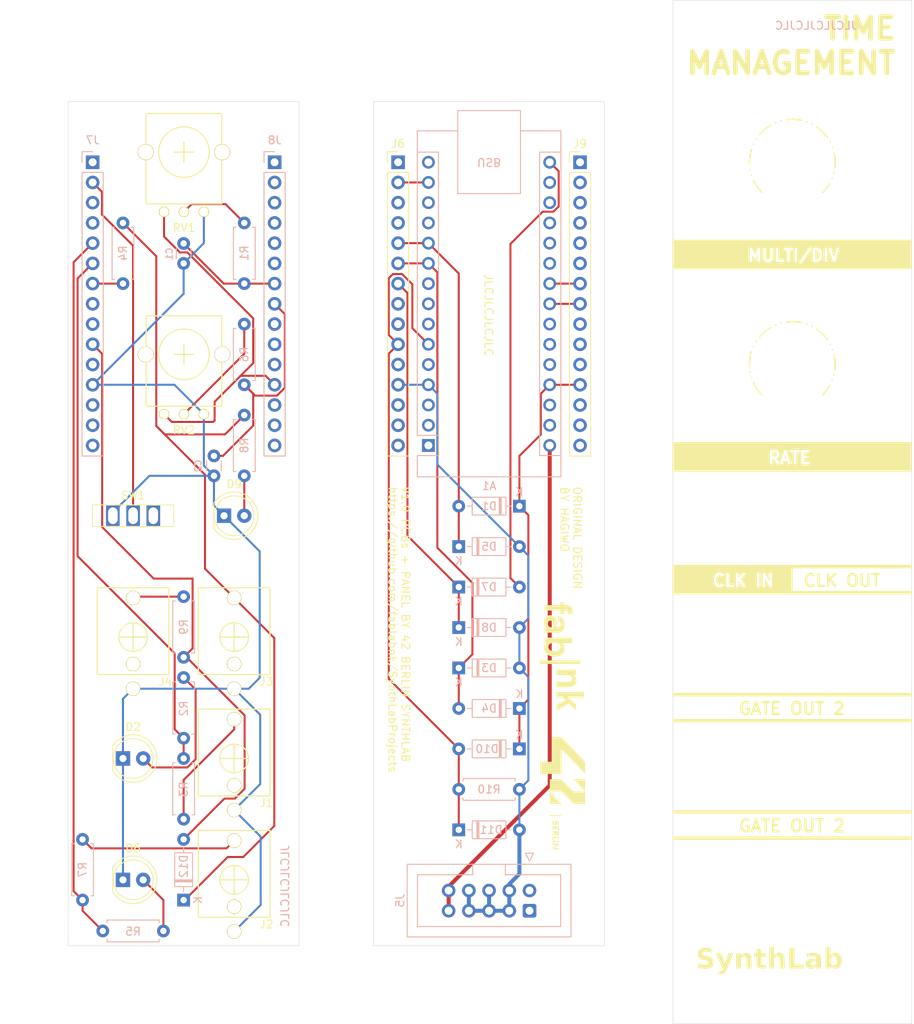
<source format=kicad_pcb>
(kicad_pcb (version 20240108) (generator "pcbnew") (generator_version "8.0")
  (layers (0 "F.Cu" signal) (31 "B.Cu" signal) (34 "B.Paste" user) (35 "F.Paste" user) (36 "B.SilkS" user "B.Silkscreen") (37 "F.SilkS" user "F.Silkscreen") (38 "B.Mask" user) (39 "F.Mask" user) (44 "Edge.Cuts" user))
  (net 0 "")
  (net 1 "GND")
  (net 6 "P5V")
  (net 10 "Net-(A1-VIN)")
  (net 14 "P6")
  (net 17 "P2")
  (net 18 "P5")
  (net 19 "P1")
  (net 22 "P3")
  (net 28 "Net-(A1-D13)")
  (net 31 "P7")
  (net 52 "P4")
  (net 55 "S1")
  (net 56 "SG")
  (net 57 "S2")
  (net 58 "Net-(D2-A)")
  (net 59 "Net-(D6-A)")
  (net 60 "Net-(D9-A)")
  (net 61 "Net-(D12-K)")
  (net 62 "S3")
  (net 64 "Net-(J1-PadT)")
  (net 65 "Net-(J2-PadT)")
  (net 69 "Net-(J4-PadT)")
  (net 70 "S5")
  (net 77 "S6")
  (net 80 "S7")
  (net 82 "S4")
  (net 85 "S5V")
  (net 96 "Net-(R1-Pad1)")
  (net 97 "Net-(R6-Pad1)")
  (footprint "Eurocad:PJ301M-12_T_S" (layer "F.Cu") (at 148.314 120.582081)
    (property "Reference" "J1")
    (property "Value" "GATE OUT 1")
  )
  (footprint "Library:MountingHole_6mm" (layer "F.Cu") (at 224.75 121.852081)
    (property "Reference" "REF**" (hide yes))
    (property "Value" "MountingHole_6mm" (hide yes))
  )
  (footprint "Library:MountingHole_6mm" (layer "F.Cu") (at 218.44 45.72)
    (property "Reference" "REF**" (hide yes))
    (property "Value" "MountingHole_6mm" (hide yes))
  )
  (footprint "Library:MountingHole_6mm" (layer "F.Cu") (at 218.44 71.12)
    (property "Reference" "REF**" (hide yes))
    (property "Value" "MountingHole_6mm" (hide yes))
  )
  (footprint "Connector_PinHeader_2.54mm:PinHeader_1x15_P2.54mm_Vertical" (layer "F.Cu") (at 191.77 45.72)
    (property "Reference" "J9")
    (property "Value" "Conn_01x15_Pin_Right" (hide yes))
  )
  (footprint "MountingHole:MountingHole_4.5mm" (layer "F.Cu") (at 212.05 137.092081)
    (property "Reference" "REF**" (hide yes))
    (property "Value" "MountingHole_4.5mm" (hide yes))
  )
  (footprint "Eurocad:PJ301M-12_T_S" (layer "F.Cu") (at 135.614 105.342081)
    (property "Reference" "J4")
    (property "Value" "EXT CLK IN")
  )
  (footprint "Library:MountingHole_6mm" (layer "F.Cu") (at 212.05 91.372081)
    (property "Reference" "REF**" (hide yes))
    (property "Value" "MountingHole_6mm" (hide yes))
  )
  (footprint "Eurocad:Alpha9mmPot" (layer "F.Cu") (at 142.004 44.45)
    (property "Reference" "RV1")
    (property "Value" "100K MULTI/DIV")
  )
  (footprint "Library:MountingHole_6mm" (layer "F.Cu") (at 224.75 106.612081)
    (property "Reference" "REF**" (hide yes))
    (property "Value" "MountingHole_6mm" (hide yes))
  )
  (footprint "Library:Eurorack_Panel_ScrewHole_Oval" (layer "F.Cu") (at 210.66 28.332081)
    (property "Reference" "REF**" (hide yes))
    (property "Value" "Eurorack_Panel_ScrewHole_Oval" (hide yes))
  )
  (footprint "Library:MountingHole_6mm" (layer "F.Cu") (at 212.05 106.612081)
    (property "Reference" "REF**" (hide yes))
    (property "Value" "MountingHole_6mm" (hide yes))
  )
  (footprint "LED_THT:LED_D5.0mm" (layer "F.Cu") (at 134.344 135.822081)
    (property "Reference" "D6")
    (property "Value" "GATE OUT 2 LED")
  )
  (footprint "MountingHole:MountingHole_4.5mm" (layer "F.Cu") (at 212.05 121.852081)
    (property "Reference" "REF**" (hide yes))
    (property "Value" "MountingHole_4.5mm" (hide yes))
  )
  (footprint "Library:Eurorack_Panel_ScrewHole_Oval" (layer "F.Cu") (at 225.9 150.832081)
    (property "Reference" "REF**" (hide yes))
    (property "Value" "Eurorack_Panel_ScrewHole_Oval" (hide yes))
  )
  (footprint "Eurocad:Alpha9mmPot" (layer "F.Cu") (at 142.004 69.85)
    (property "Reference" "RV2")
    (property "Value" "100K RATE")
  )
  (footprint "Button_Switch_THT:SW_Slide-03_Wuerth-WS-SLTV_10x2.5x6.4_P2.54mm" (layer "F.Cu") (at 135.614 90.102081)
    (property "Reference" "SW1")
    (property "Value" "SW_SPDT (Internal Pullup)")
  )
  (footprint "Library:MountingHole_6mm" (layer "F.Cu") (at 224.75 137.092081)
    (property "Reference" "REF**" (hide yes))
    (property "Value" "MountingHole_6mm" (hide yes))
  )
  (footprint "LED_THT:LED_D5.0mm" (layer "F.Cu") (at 147.044 90.102081)
    (property "Reference" "D9")
    (property "Value" "CLOCK OUT LED")
  )
  (footprint "Eurocad:PJ301M-12_T_S" (layer "F.Cu") (at 148.314 105.342081)
    (property "Reference" "J3")
    (property "Value" "CLOCK OUT")
  )
  (footprint "MountingHole:MountingHole_4.5mm" (layer "F.Cu") (at 224.75 91.372081)
    (property "Reference" "REF**" (hide yes))
    (property "Value" "MountingHole_4.5mm" (hide yes))
  )
  (footprint "Eurocad:PJ301M-12_T_S" (layer "F.Cu") (at 148.314 135.822081)
    (property "Reference" "J2")
    (property "Value" "GATE OUT 2")
  )
  (footprint "Connector_PinHeader_2.54mm:PinHeader_1x15_P2.54mm_Vertical" (layer "F.Cu") (at 168.91 45.72)
    (property "Reference" "J6")
    (property "Value" "Conn_01x15_Pin_Left")
  )
  (footprint "LED_THT:LED_D5.0mm" (layer "F.Cu") (at 134.344 120.582081)
    (property "Reference" "D2")
    (property "Value" "GATE OUT 1 LED")
  )
  (footprint "Resistor_THT:R_Axial_DIN0207_L6.3mm_D2.5mm_P7.62mm_Horizontal" (layer "B.Cu") (at 129.264 138.362081 90)
    (property "Reference" "R7")
    (property "Value" "470")
  )
  (footprint "Resistor_THT:R_Axial_DIN0207_L6.3mm_D2.5mm_P7.62mm_Horizontal" (layer "B.Cu") (at 141.964 100.262081 -90)
    (property "Reference" "R9")
    (property "Value" "470")
  )
  (footprint "Connector_PinSocket_2.54mm:PinSocket_1x15_P2.54mm_Vertical" (layer "B.Cu") (at 153.394 45.72 180)
    (property "Reference" "J8")
    (property "Value" "Conn_01x15_Socket_Right")
  )
  (footprint "Diode_THT:D_DO-35_SOD27_P7.62mm_Horizontal" (layer "B.Cu") (at 176.53 104.14)
    (property "Reference" "D8")
    (property "Value" "BAT43")
  )
  (footprint "Diode_THT:D_DO-35_SOD27_P7.62mm_Horizontal" (layer "B.Cu") (at 184.15 114.3 180)
    (property "Reference" "D4")
    (property "Value" "BAT43")
  )
  (footprint "Resistor_THT:R_Axial_DIN0207_L6.3mm_D2.5mm_P7.62mm_Horizontal" (layer "B.Cu") (at 149.584 66.04 -90)
    (property "Reference" "R6")
    (property "Value" "470")
  )
  (footprint "Resistor_THT:R_Axial_DIN0207_L6.3mm_D2.5mm_P7.62mm_Horizontal" (layer "B.Cu") (at 141.964 120.582081 -90)
    (property "Reference" "R3")
    (property "Value" "470")
  )
  (footprint "Resistor_THT:R_Axial_DIN0207_L6.3mm_D2.5mm_P7.62mm_Horizontal" (layer "B.Cu") (at 139.424 142.24 180)
    (property "Reference" "R5")
    (property "Value" "22K")
  )
  (footprint "Diode_THT:D_DO-35_SOD27_P7.62mm_Horizontal" (layer "B.Cu") (at 184.15 119.38 180)
    (property "Reference" "D10")
    (property "Value" "BAT43")
  )
  (footprint "Resistor_THT:R_Axial_DIN0207_L6.3mm_D2.5mm_P7.62mm_Horizontal" (layer "B.Cu") (at 141.964 110.422081 -90)
    (property "Reference" "R2")
    (property "Value" "22K")
  )
  (footprint "Diode_THT:D_DO-35_SOD27_P7.62mm_Horizontal" (layer "B.Cu") (at 176.53 99.06)
    (property "Reference" "D7")
    (property "Value" "IN4148")
  )
  (footprint "Capacitor_THT:C_Disc_D3.0mm_W1.6mm_P2.50mm" (layer "B.Cu") (at 145.774 82.59 -90)
    (property "Reference" "C2")
    (property "Value" "220p")
  )
  (footprint "Resistor_THT:R_Axial_DIN0207_L6.3mm_D2.5mm_P7.62mm_Horizontal" (layer "B.Cu") (at 134.344 60.96 90)
    (property "Reference" "R4")
    (property "Value" "470")
  )
  (footprint "Resistor_THT:R_Axial_DIN0207_L6.3mm_D2.5mm_P7.62mm_Horizontal" (layer "B.Cu") (at 149.584 53.34 -90)
    (property "Reference" "R1")
    (property "Value" "470")
  )
  (footprint "Resistor_THT:R_Axial_DIN0207_L6.3mm_D2.5mm_P7.62mm_Horizontal" (layer "B.Cu") (at 149.584 85.09 90)
    (property "Reference" "R8")
    (property "Value" "22K")
  )
  (footprint "Diode_THT:D_DO-35_SOD27_P7.62mm_Horizontal" (layer "B.Cu") (at 176.53 93.98)
    (property "Reference" "D5")
    (property "Value" "BAT43")
  )
  (footprint "Resistor_THT:R_Axial_DIN0207_L6.3mm_D2.5mm_P7.62mm_Horizontal" (layer "B.Cu") (at 176.53 124.46)
    (property "Reference" "R10")
    (property "Value" "22K")
  )
  (footprint "Connector_IDC:IDC-Header_2x05_P2.54mm_Vertical" (layer "B.Cu") (at 175.26 137.16 -90)
    (property "Reference" "J5")
    (property "Value" "EURO_PWR_2x5")
  )
  (footprint "Diode_THT:D_DO-35_SOD27_P7.62mm_Horizontal" (layer "B.Cu") (at 141.964 138.362081 90)
    (property "Reference" "D12")
    (property "Value" "BAT43")
  )
  (footprint "Module:Arduino_Nano" (layer "B.Cu") (at 172.72 81.28)
    (property "Reference" "A1")
    (property "Value" "Arduino_Nano_v3.x")
  )
  (footprint "Capacitor_THT:C_Disc_D3.0mm_W1.6mm_P2.50mm" (layer "B.Cu") (at 141.964 55.92 -90)
    (property "Reference" "C1")
    (property "Value" "220p")
  )
  (footprint "Connector_PinSocket_2.54mm:PinSocket_1x15_P2.54mm_Vertical" (layer "B.Cu") (at 130.534 45.72 180)
    (property "Reference" "J7")
    (property "Value" "Conn_01x15_Socket_Left")
  )
  (footprint "Diode_THT:D_DO-35_SOD27_P7.62mm_Horizontal" (layer "B.Cu") (at 176.53 109.22)
    (property "Reference" "D3")
    (property "Value" "BAT43")
  )
  (footprint "Diode_THT:D_DO-35_SOD27_P7.62mm_Horizontal" (layer "B.Cu") (at 184.15 88.9 180)
    (property "Reference" "D1")
    (property "Value" "BAT43")
  )
  (footprint "Diode_THT:D_DO-35_SOD27_P7.62mm_Horizontal" (layer "B.Cu") (at 176.53 129.54)
    (property "Reference" "D11")
    (property "Value" "BAT43")
  )
  (gr_poly (pts (xy 189.516152 106.097917) (xy 189.545879 106.118872) (xy 189.575373 106.142152) (xy 189.604402 106.167913) (xy 189.632734 106.196309) (xy 189.646566 106.211544) (xy 189.660136 106.227496) (xy 189.673415 106.244184) (xy 189.686374 106.261628) (xy 189.698985 106.279847) (xy 189.711218 106.298861) (xy 189.723044 106.318689) (xy 189.734433 106.33935) (xy 189.745358 106.360863) (xy 189.755789 106.383249) (xy 189.765696 106.406526) (xy 189.775051 106.430713) (xy 189.783825 106.455831) (xy 189.791988 106.481899) (xy 189.799512 106.508935) (xy 189.806367 106.53696) (xy 189.812525 106.565993) (xy 189.817956 106.596052) (xy 189.822631 106.627158) (xy 189.826521 106.65933) (xy 189.829597 106.692587) (xy 189.831831 106.726949) (xy 189.833192 106.762434) (xy 189.833652 106.799063) (xy 189.832037 106.861308) (xy 189.827244 106.921539) (xy 189.819351 106.979761) (xy 189.808434 107.035974) (xy 189.794572 107.090181) (xy 189.777842 107.142385) (xy 189.758321 107.192588) (xy 189.736087 107.240793) (xy 189.711218 107.287002) (xy 189.683791 107.331217) (xy 189.653883 107.373441) (xy 189.621572 107.413677) (xy 189.586936 107.451926) (xy 189.550052 107.488191) (xy 189.510997 107.522474) (xy 189.46985 107.554779) (xy 189.426687 107.585107) (xy 189.381587 107.613461) (xy 189.334626 107.639843) (xy 189.285882 107.664256) (xy 189.235433 107.686701) (xy 189.183356 107.707182) (xy 189.129728 107.725702) (xy 189.074628 107.742261) (xy 189.018133 107.756863) (xy 188.96032 107.769511) (xy 188.901267 107.780206) (xy 188.841051 107.788951) (xy 188.77975 107.795748) (xy 188.717441 107.800601) (xy 188.59011 107.804479) (xy 188.461739 107.800148) (xy 188.33519 107.787194) (xy 188.211354 107.765674) (xy 188.091123 107.735646) (xy 187.975387 107.69717) (xy 187.865038 107.650303) (xy 187.760968 107.595103) (xy 187.711567 107.564396) (xy 187.664069 107.531628) (xy 187.618586 107.496806) (xy 187.57523 107.459937) (xy 187.534113 107.421028) (xy 187.495345 107.380087) (xy 187.459038 107.337121) (xy 187.425304 107.292137) (xy 187.394254 107.245142) (xy 187.365999 107.196145) (xy 187.340651 107.145151) (xy 187.318321 107.092168) (xy 187.299121 107.037204) (xy 187.283162 106.980266) (xy 187.270555 106.921361) (xy 187.261413 106.860497) (xy 187.255845 106.797679) (xy 187.253965 106.732917) (xy 187.255198 106.665903) (xy 187.258874 106.603597) (xy 187.264952 106.545748) (xy 187.273395 106.492105) (xy 187.284163 106.442415) (xy 187.297218 106.396426) (xy 187.312521 106.353887) (xy 187.330033 106.314545) (xy 187.349715 106.278148) (xy 187.371529 106.244446) (xy 187.395436 106.213185) (xy 187.421397 106.184113) (xy 187.449373 106.15698) (xy 187.479326 106.131533) (xy 187.511216 106.107519) (xy 187.545006 106.084688) (xy 187.514698 106.084094) (xy 187.483614 106.082414) (xy 187.452221 106.079805) (xy 187.420982 106.07642) (xy 187.390364 106.072415) (xy 187.360831 106.067945) (xy 187.332848 106.063165) (xy 187.30688 106.058229) (xy 187.30688 105.41) (xy 188.113859 105.41) (xy 188.537194 105.41) (xy 188.537194 106.058229) (xy 188.461291 106.059663) (xy 188.387616 106.06412) (xy 188.316539 106.071833) (xy 188.248426 106.083034) (xy 188.183646 106.097956) (xy 188.122568 106.116831) (xy 188.065559 106.139891) (xy 188.038696 106.153064) (xy 188.012988 106.16737) (xy 187.988482 106.182839) (xy 187.965223 106.1995) (xy 187.943258 106.217382) (xy 187.922632 106.236513) (xy 187.903392 106.256924) (xy 187.885583 106.278642) (xy 187.869252 106.301698) (xy 187.854445 106.32612) (xy 187.841207 106.351937) (xy 187.829585 106.379179) (xy 187.819625 106.407874) (xy 187.811372 106.438051) (xy 187.804874 106.46974) (xy 187.800175 106.50297) (xy 187.797322 106.537769) (xy 187.79636 106.574167) (xy 187.797248 106.607111) (xy 187.799894 106.638973) (xy 187.804274 106.669754) (xy 187.810365 106.699457) (xy 187.818141 106.728084) (xy 187.827579 106.755639) (xy 187.838655 106.782122) (xy 187.851344 106.807538) (xy 187.865622 106.831888) (xy 187.881465 106.855174) (xy 187.898848 106.877399) (xy 187.917748 106.898566) (xy 187.93814 106.918677) (xy 187.96 106.937734) (xy 187.983304 106.955739) (xy 188.008027 106.972696) (xy 188.034145 106.988606) (xy 188.061635 107.003472) (xy 188.090471 107.017297) (xy 188.12063 107.030083) (xy 188.152087 107.041831) (xy 188.184818 107.052546) (xy 188.2188 107.062228) (xy 188.254007 107.070881) (xy 188.290415 107.078507) (xy 188.328001 107.085108) (xy 188.366739 107.090687) (xy 188.406607 107.095246) (xy 188.447579 107.098788) (xy 188.489632 107.101315) (xy 188.576881 107.103334) (xy 188.652487 107.101464) (xy 188.725321 107.095815) (xy 188.795094 107.086329) (xy 188.861515 107.072948) (xy 188.924292 107.055614) (xy 188.983135 107.034268) (xy 189.037754 107.008853) (xy 189.063388 106.994601) (xy 189.087858 106.97931) (xy 189.111125 106.962973) (xy 189.133155 106.945582) (xy 189.153911 106.92713) (xy 189.173356 106.907609) (xy 189.191455 106.887013) (xy 189.20817 106.865335) (xy 189.223466 106.842566) (xy 189.237306 106.8187) (xy 189.249654 106.793729) (xy 189.260473 106.767647) (xy 189.269728 106.740445) (xy 189.277381 106.712117) (xy 189.283397 106.682656) (xy 189.287739 106.652053) (xy 189.290371 106.620302) (xy 189.291256 106.587396) (xy 189.29052 106.55096) (xy 189.288311 106.51605) (xy 189.284629 106.482642) (xy 189.279474 106.450712) (xy 189.272846 106.420235) (xy 189.264746 106.391187) (xy 189.255173 106.363544) (xy 189.244127 106.337282) (xy 189.231609 106.312376) (xy 189.217617 106.288803) (xy 189.202153 106.266538) (xy 189.185216 106.245556) (xy 189.166806 106.225835) (xy 189.146924 106.207348) (xy 189.125568 106.190073) (xy 189.10274 106.173985) (xy 189.07844 106.159059) (xy 189.052666 106.145272) (xy 189.025419 106.132599) (xy 188.9967 106.121016) (xy 188.966508 106.110499) (xy 188.934844 106.101024) (xy 188.901706 106.092566) (xy 188.867096 106.085101) (xy 188.831013 106.078605) (xy 188.793457 106.073054) (xy 188.713927 106.064689) (xy 188.628506 106.059812) (xy 188.537194 106.058229) (xy 188.537194 105.41) (xy 190.786152 105.410001) (xy 190.786152 106.097917)) (fill solid) (layer "F.SilkS"))
  (gr_rect (start 203.4648 99.627081) (end 233.3352 99.906481) (stroke (width 0.15)) (fill solid) (layer "F.SilkS"))
  (gr_rect (start 203.4648 55.532681) (end 233.3352 55.812081) (stroke (width 0.15)) (fill solid) (layer "F.SilkS"))
  (gr_poly (pts (xy 191.314351 110.866147) (xy 191.311452 110.910604) (xy 191.306631 110.954068) (xy 191.299893 110.996506) (xy 191.291246 111.037889) (xy 191.280698 111.078184) (xy 191.268256 111.11736) (xy 191.253927 111.155386) (xy 191.237718 111.192229) (xy 191.219636 111.227858) (xy 191.19969 111.262243) (xy 191.177885 111.295351) (xy 191.15423 111.327151) (xy 191.128731 111.357611) (xy 191.101396 111.386701) (xy 191.072232 111.414388) (xy 191.041247 111.44064) (xy 191.008448 111.465428) (xy 190.973841 111.488718) (xy 190.937434 111.51048) (xy 190.899235 111.530682) (xy 190.859251 111.549292) (xy 190.817489 111.566279) (xy 190.773956 111.581612) (xy 190.72866 111.595259) (xy 190.681607 111.607189) (xy 190.632805 111.617369) (xy 190.582262 111.62577) (xy 190.529985 111.632358) (xy 190.47598 111.637103) (xy 190.420255 111.639973) (xy 190.362818 111.640937) (xy 188.801777 111.640937) (xy 188.801777 110.953021) (xy 190.283443 110.953021) (xy 190.334574 110.951907) (xy 190.38367 110.948448) (xy 190.430556 110.942469) (xy 190.475059 110.933797) (xy 190.517005 110.922257) (xy 190.536963 110.915357) (xy 190.556217 110.907675) (xy 190.574745 110.899188) (xy 190.592523 110.889876) (xy 190.609532 110.879715) (xy 190.625748 110.868685) (xy 190.64115 110.856764) (xy 190.655717 110.843929) (xy 190.669426 110.830159) (xy 190.682256 110.815433) (xy 190.694185 110.799727) (xy 190.705191 110.783022) (xy 190.715252 110.765294) (xy 190.724347 110.746522) (xy 190.732453 110.726684) (xy 190.739549 110.705759) (xy 190.745614 110.683724) (xy 190.750624 110.660558) (xy 190.754559 110.636239) (xy 190.757397 110.610745) (xy 190.759116 110.584055) (xy 190.759693 110.556146) (xy 190.759225 110.528085) (xy 190.757804 110.500952) (xy 190.75541 110.474744) (xy 190.752019 110.44946) (xy 190.747612 110.425095) (xy 190.742165 110.401649) (xy 190.735658 110.379119) (xy 190.728067 110.357501) (xy 190.719372 110.336795) (xy 190.709551 110.316997) (xy 190.698582 110.298104) (xy 190.686442 110.280116) (xy 190.673111 110.263028) (xy 190.658566 110.246839) (xy 190.642786 110.231547) (xy 190.625748 110.217148) (xy 190.607432 110.203641) (xy 190.587814 110.191022) (xy 190.566874 110.179291) (xy 190.54459 110.168443) (xy 190.52094 110.158477) (xy 190.495901 110.14939) (xy 190.469453 110.141181) (xy 190.441573 110.133846) (xy 190.41224 110.127382) (xy 190.381432 110.121789) (xy 190.349126 110.117062) (xy 190.315302 110.113201) (xy 190.279937 110.110202) (xy 190.24301 110.108062) (xy 190.164381 110.106354) (xy 188.801777 110.106354) (xy 188.801777 109.418438) (xy 191.262402 109.418438) (xy 191.262402 110.079896) (xy 191.233024 110.084831) (xy 191.196049 110.089611) (xy 191.153804 110.094081) (xy 191.108613 110.098086) (xy 191.062802 110.10147) (xy 191.018696 110.10408) (xy 190.978621 110.105759) (xy 190.944902 110.106354) (xy 190.975223 110.122661) (xy 191.006397 110.141933) (xy 191.038036 110.164344) (xy 191.069752 110.19007) (xy 191.101158 110.219283) (xy 191.116624 110.235252) (xy 191.131867 110.252159) (xy 191.146839 110.270025) (xy 191.161491 110.288872) (xy 191.175774 110.308722) (xy 191.189641 110.329596) (xy 191.203043 110.351517) (xy 191.215932 110.374506) (xy 191.228258 110.398585) (xy 191.239974 110.423777) (xy 191.251031 110.450101) (xy 191.261381 110.477581) (xy 191.270975 110.506239) (xy 191.279765 110.536095) (xy 191.287702 110.567173) (xy 191.294738 110.599493) (xy 191.300825 110.633077) (xy 191.305913 110.667948) (xy 191.309955 110.704126) (xy 191.312903 110.741635) (xy 191.314706 110.780495) (xy 191.315318 110.820729)) (fill solid) (layer "F.SilkS"))
  (gr_arc (start 214.63 49.53) (mid 218.44 40.331846) (end 222.25 49.53) (stroke (width 0.1705) (type dash_dot_dot)) (layer "F.SilkS"))
  (gr_poly (pts (xy 188.468762 130.554452) (xy 188.468762 130.789243) (xy 188.315528 130.771067) (xy 188.315528 130.362603) (xy 189.103492 130.455629) (xy 189.103492 130.629383)) (fill solid) (layer "F.SilkS"))
  (gr_rect (start 203.4648 84.209281) (end 233.3352 84.488681) (stroke (width 0.15)) (fill solid) (layer "F.SilkS"))
  (gr_rect (start 215.225 58.402881) (end 220.94 58.860081) (stroke (width 0.15)) (fill solid) (layer "F.SilkS"))
  (gr_rect (start 224.496 55.723181) (end 233.3352 59.037881) (stroke (width 0.15)) (fill solid) (layer "F.SilkS"))
  (gr_rect (start 212.939 55.862881) (end 224.496 56.370881) (stroke (width 0.15)) (fill solid) (layer "F.SilkS"))
  (gr_poly (pts (xy 187.966913 126.269631) (xy 187.966913 124.729446) (xy 189.446265 126.269631)) (fill solid) (layer "F.SilkS"))
  (gr_poly (pts (xy 190.925648 126.26971) (xy 189.446296 124.729494) (xy 187.966945 124.729494) (xy 187.966945 123.19) (xy 189.446296 123.19) (xy 190.925648 124.729494) (xy 192.405 124.729494) (xy 192.405 126.26971)) (fill solid) (layer "F.SilkS"))
  (gr_rect (start 215.225 83.752081) (end 220.94 84.209281) (stroke (width 0.15)) (fill solid) (layer "F.SilkS"))
  (gr_rect (start 203.4648 127.160681) (end 233.3352 127.440081) (stroke (width 0.15)) (fill solid) (layer "F.SilkS"))
  (gr_rect (start 208.3416 96.553681) (end 218.3238 97.137881) (stroke (width 0.15)) (fill solid) (layer "F.SilkS"))
  (gr_poly (pts (xy 189.103147 128.730284) (xy 189.102635 128.740633) (xy 189.101825 128.751211) (xy 189.100661 128.761964) (xy 189.09909 128.772838) (xy 189.097057 128.783777) (xy 189.094508 128.794728) (xy 189.091388 128.805636) (xy 189.087644 128.816448) (xy 189.083222 128.827107) (xy 189.078066 128.837561) (xy 189.072122 128.847753) (xy 189.065337 128.857632) (xy 189.061612 128.862436) (xy 189.057656 128.86714) (xy 189.053463 128.871739) (xy 189.049025 128.876226) (xy 189.043639 128.881206) (xy 189.037831 128.886042) (xy 189.031603 128.890708) (xy 189.024959 128.89518) (xy 189.017902 128.899435) (xy 189.010436 128.903446) (xy 189.002563 128.907191) (xy 188.994287 128.910645) (xy 188.98561 128.913784) (xy 188.976537 128.916583) (xy 188.96707 128.919018) (xy 188.957213 128.921065) (xy 188.946968 128.922699) (xy 188.93634 128.923896) (xy 188.925331 128.924633) (xy 188.913944 128.924884) (xy 188.90454 128.92474) (xy 188.895387 128.924311) (xy 188.88648 128.9236) (xy 188.877816 128.922609) (xy 188.86939 128.921342) (xy 188.861198 128.919802) (xy 188.853235 128.917992) (xy 188.845498 128.915914) (xy 188.837983 128.913572) (xy 188.830684 128.910969) (xy 188.823598 128.908108) (xy 188.816721 128.904992) (xy 188.810049 128.901624) (xy 188.803576 128.898007) (xy 188.7973 128.894144) (xy 188.791215 128.890037) (xy 188.78476 128.885359) (xy 188.778734 128.880588) (xy 188.77312 128.875737) (xy 188.767904 128.870818) (xy 188.763072 128.865842) (xy 188.758607 128.860822) (xy 188.754496 128.85577) (xy 188.750724 128.850698) (xy 188.747275 128.845616) (xy 188.744134 128.840539) (xy 188.741287 128.835477) (xy 188.738719 128.830443) (xy 188.736415 128.825448) (xy 188.73436 128.820505) (xy 188.732539 128.815625) (xy 188.730937 128.81082) (xy 188.729058 128.81792) (xy 188.726971 128.824782) (xy 188.724691 128.831408) (xy 188.722231 128.837799) (xy 188.719605 128.843956) (xy 188.716827 128.849881) (xy 188.713911 128.855573) (xy 188.710871 128.861035) (xy 188.707719 128.866267) (xy 188.704471 128.871271) (xy 188.70114 128.876046) (xy 188.69774 128.880595) (xy 188.694285 128.884919) (xy 188.690788 128.889017) (xy 188.687264 128.892893) (xy 188.683725 128.896546) (xy 188.677017 128.902848) (xy 188.670225 128.908667) (xy 188.663336 128.914012) (xy 188.656334 128.918895) (xy 188.649204 128.923325) (xy 188.641931 128.927314) (xy 188.634502 128.930872) (xy 188.6269 128.93401) (xy 188.61911 128.93674) (xy 188.611119 128.93907) (xy 188.60291 128.941012) (xy 188.59447 128.942578) (xy 188.585782 128.943777) (xy 188.576833 128.94462) (xy 188.567608 128.945118) (xy 188.55809 128.945281) (xy 188.54277 128.944923) (xy 188.528121 128.94388) (xy 188.514137 128.942199) (xy 188.500808 128.93993) (xy 188.488126 128.93712) (xy 188.476082 128.933817) (xy 188.464668 128.930069) (xy 188.453875 128.925924) (xy 188.443695 128.921431) (xy 188.434119 128.916636) (xy 188.425139 128.911589) (xy 188.416747 128.906338) (xy 188.408933 128.900929) (xy 188.401689 128.895412) (xy 188.395007 128.889834) (xy 188.388879 128.884243) (xy 188.383171 128.878573) (xy 188.377753 128.872743) (xy 188.37262 128.866761) (xy 188.367763 128.860634) (xy 188.358848 128.847968) (xy 188.350953 128.834802) (xy 188.34402 128.821188) (xy 188.337991 128.807182) (xy 188.332808 128.792837) (xy 188.328416 128.778209) (xy 188.324755 128.76335) (xy 188.321768 128.748316) (xy 188.319399 128.733161) (xy 188.317589 128.717939) (xy 188.316282 128.702705) (xy 188.315419 128.687512) (xy 188.314944 128.672416) (xy 188.314798 128.657469) (xy 188.314798 128.377593) (xy 188.457141 128.394253) (xy 188.457141 128.568013) (xy 188.457141 128.631275) (xy 188.457348 128.6444) (xy 188.458118 128.658887) (xy 188.458782 128.66647) (xy 188.45967 128.674189) (xy 188.460809 128.681977) (xy 188.462226 128.689765) (xy 188.46395 128.697485) (xy 188.466008 128.705069) (xy 188.468427 128.712449) (xy 188.471236 128.719557) (xy 188.474461 128.726325) (xy 188.478131 128.732685) (xy 188.480141 128.735691) (xy 188.482273 128.738569) (xy 188.48453 128.741311) (xy 188.486915 128.743909) (xy 188.488841 128.745885) (xy 188.491085 128.747982) (xy 188.493659 128.750165) (xy 188.496574 128.752399) (xy 188.499842 128.754651) (xy 188.503475 128.756887) (xy 188.507485 128.759072) (xy 188.509634 128.760135) (xy 188.511882 128.761172) (xy 188.51423 128.76218) (xy 188.51668 128.763153) (xy 188.519233 128.764089) (xy 188.521889 128.764981) (xy 188.524652 128.765827) (xy 188.527522 128.766622) (xy 188.530501 128.767361) (xy 188.53359 128.768041) (xy 188.536791 128.768656) (xy 188.540105 128.769204) (xy 188.543534 128.769679) (xy 188.547079 128.770077) (xy 188.550741 128.770394) (xy 188.554522 128.770626) (xy 188.558424 128.770768) (xy 188.562448 128.770816) (xy 188.565669 128.770771) (xy 188.569056 128.770627) (xy 188.572585 128.77037) (xy 188.576234 128.769985) (xy 188.579981 128.769461) (xy 188.583804 128.768782) (xy 188.58768 128.767936) (xy 188.591587 128.766907) (xy 188.595502 128.765684) (xy 188.599404 128.764251) (xy 188.603269 128.762596) (xy 188.607076 128.760704) (xy 188.610803 128.758561) (xy 188.614426 128.756155) (xy 188.617923 128.753471) (xy 188.621273 128.750496) (xy 188.623652 128.748096) (xy 188.625892 128.745546) (xy 188.627994 128.742858) (xy 188.629966 128.740044) (xy 188.631809 128.737117) (xy 188.633529 128.734087) (xy 188.636615 128.727768) (xy 188.63926 128.721182) (xy 188.641495 128.714423) (xy 188.643356 128.707587) (xy 188.644877 128.700768) (xy 188.646091 128.694061) (xy 188.647033 128.687559) (xy 188.647737 128.681359) (xy 188.648236 128.675554) (xy 188.648758 128.66551) (xy 188.648871 128.658184) (xy 188.648871 128.590556) (xy 188.457141 128.568013) (xy 188.457141 128.394253) (xy 188.783222 128.432419) (xy 188.783222 128.605796) (xy 188.783222 128.641435) (xy 188.783429 128.652825) (xy 188.783729 128.658834) (xy 188.784198 128.665002) (xy 188.784863 128.67129) (xy 188.785751 128.677659) (xy 188.78689 128.684071) (xy 188.788308 128.690489) (xy 188.790032 128.696873) (xy 188.79209 128.703185) (xy 188.79451 128.709387) (xy 188.797319 128.71544) (xy 188.800546 128.721306) (xy 188.804216 128.726947) (xy 188.80836 128.732324) (xy 188.810617 128.734902) (xy 188.813003 128.7374) (xy 188.816267 128.740454) (xy 188.819783 128.743334) (xy 188.823532 128.746036) (xy 188.827492 128.748558) (xy 188.831643 128.750896) (xy 188.835966 128.753048) (xy 188.84044 128.755009) (xy 188.845045 128.756777) (xy 188.84976 128.758349) (xy 188.854566 128.759722) (xy 188.859443 128.760892) (xy 188.864369 128.761856) (xy 188.869325 128.762612) (xy 188.874291 128.763155) (xy 188.879246 128.763484) (xy 188.884171 128.763594) (xy 188.889994 128.763436) (xy 188.895486 128.76298) (xy 188.900657 128.762252) (xy 188.905517 128.761276) (xy 188.910074 128.760078) (xy 188.914338 128.758684) (xy 188.91832 128.757119) (xy 188.922028 128.755408) (xy 188.925472 128.753577) (xy 188.928662 128.751652) (xy 188.931607 128.749658) (xy 188.934317 128.74762) (xy 188.936801 128.745564) (xy 188.939069 128.743515) (xy 188.941131 128.7415) (xy 188.942996 128.739542) (xy 188.944648 128.737542) (xy 188.946201 128.73549) (xy 188.947657 128.733387) (xy 188.949021 128.731236) (xy 188.951482 128.726802) (xy 188.953608 128.72221) (xy 188.955423 128.71748) (xy 188.956951 128.712635) (xy 188.958218 128.707695) (xy 188.959248 128.702683) (xy 188.960064 128.697619) (xy 188.960693 128.692526) (xy 188.961157 128.687425) (xy 188.961482 128.682337) (xy 188.961813 128.672287) (xy 188.961879 128.662548) (xy 188.961879 128.626195) (xy 188.783222 128.605796) (xy 188.783222 128.432419) (xy 189.103492 128.469905) (xy 189.103492 128.710491)) (fill solid) (layer "F.SilkS"))
  (gr_rect (start 203.4648 112.428681) (end 233.3352 112.708081) (stroke (width 0.15)) (fill solid) (layer "F.SilkS"))
  (gr_poly (pts (xy 188.950258 129.617589) (xy 188.950258 129.324615) (xy 188.797747 129.302788) (xy 188.797747 129.5856) (xy 188.643784 129.563773) (xy 188.643784 129.281754) (xy 188.468762 129.257782) (xy 188.468762 129.555756) (xy 188.314798 129.534722) (xy 188.314798 129.034579) (xy 189.103492 129.144355) (xy 189.103492 129.639337)) (fill solid) (layer "F.SilkS"))
  (gr_poly (pts (xy 190.217298 112.924167) (xy 190.31755 112.999614) (xy 190.428964 113.086224) (xy 190.550301 113.182756) (xy 190.680319 113.287969) (xy 190.961438 113.51948) (xy 191.262402 113.770834) (xy 191.262402 114.551354) (xy 190.33636 113.691459) (xy 188.801777 114.63073) (xy 188.801777 113.863438) (xy 189.899797 113.241667) (xy 189.595526 112.924167) (xy 188.801777 112.924167) (xy 188.801777 112.236251) (xy 192.267818 112.236251) (xy 192.267818 112.924167)) (fill solid) (layer "F.SilkS"))
  (gr_poly (pts (xy 186.738027 108.717292) (xy 186.738027 108.267501) (xy 191.76511 108.267501) (xy 191.76511 108.717292)) (fill solid) (layer "F.SilkS"))
  (gr_poly (pts (xy 189.446296 119.449509) (xy 189.446296 122.529949) (xy 186.769375 122.529949) (xy 186.769375 120.989733) (xy 188.248726 120.989733) (xy 188.248726 117.910015) (xy 189.446296 117.910015) (xy 192.405 120.989733) (xy 192.405 122.529949)) (fill solid) (layer "F.SilkS"))
  (gr_rect (start 203.4648 80.932681) (end 233.3352 81.212081) (stroke (width 0.15)) (fill solid) (layer "F.SilkS"))
  (gr_poly (pts (xy 189.817309 103.890029) (xy 189.807917 104.003265) (xy 189.792169 104.109215) (xy 189.769987 104.2078) (xy 189.756459 104.254307) (xy 189.741293 104.298945) (xy 189.724481 104.341702) (xy 189.706011 104.38257) (xy 189.685875 104.421539) (xy 189.664063 104.458599) (xy 189.640565 104.49374) (xy 189.615371 104.526954) (xy 189.588472 104.558229) (xy 189.559857 104.587557) (xy 189.529519 104.614928) (xy 189.497445 104.640332) (xy 189.463628 104.663759) (xy 189.428057 104.6852) (xy 189.390722 104.704645) (xy 189.351614 104.722084) (xy 189.310724 104.737508) (xy 189.268041 104.750907) (xy 189.223555 104.76227) (xy 189.177258 104.77159) (xy 189.129139 104.778855) (xy 189.079189 104.784057) (xy 189.027398 104.787185) (xy 188.973756 104.78823) (xy 187.94188 104.78823) (xy 187.749644 104.790504) (xy 187.554928 104.796498) (xy 187.468266 104.800503) (xy 187.394937 104.804973) (xy 187.339592 104.809753) (xy 187.30688 104.814688) (xy 187.30688 104.166459) (xy 187.329592 104.161498) (xy 187.35711 104.156537) (xy 187.420983 104.146615) (xy 187.487335 104.136694) (xy 187.517953 104.131733) (xy 187.545006 104.126772) (xy 187.517756 104.108582) (xy 187.49072 104.088531) (xy 187.46411 104.06631) (xy 187.451031 104.054289) (xy 187.438139 104.041609) (xy 187.42546 104.028231) (xy 187.413021 104.014117) (xy 187.400849 103.999228) (xy 187.388969 103.983525) (xy 187.377409 103.966969) (xy 187.366196 103.949522) (xy 187.355356 103.931144) (xy 187.344915 103.911798) (xy 187.334901 103.891444) (xy 187.325339 103.870043) (xy 187.316258 103.847558) (xy 187.307682 103.823948) (xy 187.29964 103.799176) (xy 187.292157 103.773202) (xy 187.28526 103.745988) (xy 187.278976 103.717494) (xy 187.273332 103.687684) (xy 187.268353 103.656516) (xy 187.264068 103.623954) (xy 187.260502 103.589957) (xy 187.257682 103.554488) (xy 187.255634 103.517507) (xy 187.254387 103.478976) (xy 187.253965 103.438855) (xy 187.255077 103.38405) (xy 187.258367 103.331242) (xy 187.263764 103.280417) (xy 187.271199 103.231555) (xy 187.2806 103.184642) (xy 187.291898 103.139658) (xy 187.305023 103.096589) (xy 187.319904 103.055416) (xy 187.336471 103.016123) (xy 187.354653 102.978693) (xy 187.374381 102.943108) (xy 187.395584 102.909353) (xy 187.418192 102.877409) (xy 187.442135 102.84726) (xy 187.467342 102.818889) (xy 187.493743 102.79228) (xy 187.521269 102.767414) (xy 187.549848 102.744276) (xy 187.579411 102.722847) (xy 187.609886 102.703112) (xy 187.641205 102.685053) (xy 187.673297 102.668654) (xy 187.70609 102.653896) (xy 187.739517 102.640765) (xy 187.807985 102.619309) (xy 187.878139 102.604152) (xy 187.949417 102.595157) (xy 188.021257 102.592189) (xy 188.060944 102.593205) (xy 188.060944 103.280105) (xy 188.028888 103.281355) (xy 187.997356 103.285143) (xy 187.981852 103.288008) (xy 187.96656 103.291528) (xy 187.951505 103.295713) (xy 187.936713 103.300569) (xy 187.922213 103.306102) (xy 187.90803 103.312322) (xy 187.89419 103.319234) (xy 187.880722 103.326846) (xy 187.867651 103.335165) (xy 187.855003 103.3442) (xy 187.842806 103.353956) (xy 187.831087 103.364441) (xy 187.819871 103.375662) (xy 187.809186 103.387627) (xy 187.799057 103.400343) (xy 187.789513 103.413817) (xy 187.780579 103.428057) (xy 187.772282 103.443069) (xy 187.764649 103.458862) (xy 187.757706 103.475442) (xy 187.75148 103.492816) (xy 187.745998 103.510992) (xy 187.741286 103.529977) (xy 187.737372 103.549778) (xy 187.73428 103.570403) (xy 187.732039 103.591859) (xy 187.730675 103.614153) (xy 187.730214 103.637292) (xy 187.731097 103.677106) (xy 187.733709 103.714733) (xy 187.737997 103.750232) (xy 187.743909 103.783666) (xy 187.75139 103.815094) (xy 187.760387 103.844576) (xy 187.770848 103.872174) (xy 187.782718 103.897948) (xy 187.795945 103.921959) (xy 187.810475 103.944266) (xy 187.826254 103.964932) (xy 187.843231 103.984015) (xy 187.861351 104.001578) (xy 187.880561 104.017679) (xy 187.900807 104.032381) (xy 187.922038 104.045743) (xy 187.944198 104.057826) (xy 187.967235 104.06869) (xy 187.991096 104.078397) (xy 188.015727 104.087006) (xy 188.041075 104.094579) (xy 188.067087 104.101175) (xy 188.120889 104.111682) (xy 188.176706 104.11901) (xy 188.234112 104.123645) (xy 188.29268 104.12607) (xy 188.351985 104.126771) (xy 188.431361 104.126771) (xy 188.431361 103.848959) (xy 188.429817 103.774987) (xy 188.425211 103.706771) (xy 188.417582 103.644175) (xy 188.406969 103.587063) (xy 188.39341 103.535299) (xy 188.376945 103.488748) (xy 188.367634 103.467385) (xy 188.357611 103.447275) (xy 188.346881 103.4284) (xy 188.335449 103.410743) (xy 188.323318 103.394287) (xy 188.310495 103.379017) (xy 188.296984 103.364913) (xy 188.28279 103.351961) (xy 188.267918 103.340142) (xy 188.252372 103.32944) (xy 188.236158 103.319837) (xy 188.21928 103.311317) (xy 188.201743 103.303863) (xy 188.183552 103.297458) (xy 188.164712 103.292085) (xy 188.145228 103.287727) (xy 188.104345 103.281988) (xy 188.060944 103.280105) (xy 188.060944 102.593205) (xy 188.072495 102.593501) (xy 188.122032 102.597418) (xy 188.169874 102.603907) (xy 188.216025 102.612937) (xy 188.26049 102.624476) (xy 188.303274 102.638494) (xy 188.344382 102.654958) (xy 188.383819 102.673837) (xy 188.421588 102.6951) (xy 188.457697 102.718715) (xy 188.492148 102.744651) (xy 188.524947 102.772875) (xy 188.556099 102.803357) (xy 188.585609 102.836066) (xy 188.613481 102.870969) (xy 188.63972 102.908035) (xy 188.664332 102.947233) (xy 188.687321 102.988531) (xy 188.708691 103.031897) (xy 188.728449 103.077301) (xy 188.746598 103.124711) (xy 188.763143 103.174094) (xy 188.77809 103.225421) (xy 188.791442 103.278658) (xy 188.803206 103.333776) (xy 188.813386 103.390741) (xy 188.821986 103.449523) (xy 188.829011 103.510091) (xy 188.834467 103.572412) (xy 188.838358 103.636456) (xy 188.841465 103.769584) (xy 188.841465 104.126771) (xy 188.986986 104.126771) (xy 189.01919 104.125951) (xy 189.051142 104.123309) (xy 189.08259 104.118574) (xy 189.113283 104.111475) (xy 189.128267 104.106954) (xy 189.142968 104.101741) (xy 189.157354 104.0958) (xy 189.171393 104.089099) (xy 189.185055 104.081604) (xy 189.198307 104.07328) (xy 189.211118 104.064093) (xy 189.223457 104.054011) (xy 189.235292 104.042998) (xy 189.246592 104.031021) (xy 189.257325 104.018047) (xy 189.267459 104.00404) (xy 189.276964 103.988967) (xy 189.285808 103.972795) (xy 189.293959 103.955489) (xy 189.301385 103.937016) (xy 189.308056 103.917341) (xy 189.313939 103.89643) (xy 189.319004 103.874251) (xy 189.323218 103.850768) (xy 189.326551 103.825948) (xy 189.32897 103.799757) (xy 189.330445 103.772161) (xy 189.330944 103.743126) (xy 189.330597 103.716531) (xy 189.329562 103.691291) (xy 189.327848 103.667364) (xy 189.325466 103.644708) (xy 189.322425 103.623283) (xy 189.318735 103.603047) (xy 189.314406 103.583959) (xy 189.309446 103.565979) (xy 189.303867 103.549064) (xy 189.297677 103.533174) (xy 189.290887 103.518267) (xy 189.283505 103.504303) (xy 189.275542 103.49124) (xy 189.267007 103.479037) (xy 189.257911 103.467652) (xy 189.248262 103.457045) (xy 189.23807 103.447174) (xy 189.227346 103.437999) (xy 189.216098 103.429478) (xy 189.204337 103.421569) (xy 189.192072 103.414232) (xy 189.179312 103.407426) (xy 189.15235 103.39524) (xy 189.123528 103.384682) (xy 189.092922 103.375422) (xy 189.060612 103.367131) (xy 189.026673 103.35948) (xy 189.026673 102.711251) (xy 189.107531 102.721392) (xy 189.186121 102.737192) (xy 189.224438 102.747336) (xy 189.262037 102.759039) (xy 189.298865 102.77235) (xy 189.334871 102.787319) (xy 189.370006 102.803992) (xy 189.404218 102.82242) (xy 189.437456 102.842649) (xy 189.469669 102.86473) (xy 189.500807 102.888709) (xy 189.530819 102.914636) (xy 189.559653 102.942559) (xy 189.587259 102.972527) (xy 189.613586 103.004587) (xy 189.638583 103.038789) (xy 189.6622 103.07518) (xy 189.684385 103.11381) (xy 189.705087 103.154727) (xy 189.724256 103.197978) (xy 189.741841 103.243613) (xy 189.757791 103.29168) (xy 189.772055 103.342228) (xy 189.784582 103.395305) (xy 189.795322 103.450959) (xy 189.804222 103.509238) (xy 189.811234 103.570192) (xy 189.816305 103.633869) (xy 189.819385 103.700317) (xy 189.820423 103.769584)) (fill solid) (layer "F.SilkS"))
  (gr_rect (start 215.225 81.212081) (end 220.94 81.720081) (stroke (width 0.15)) (fill solid) (layer "F.SilkS"))
  (gr_line (start 218.4 96.629881) (end 218.4 99.627081) (stroke (width 0.15)) (layer "F.SilkS"))
  (gr_arc (start 214.63 74.93) (mid 218.44 65.731846) (end 222.25 74.93) (stroke (width 0.1705) (type dash_dot_dot)) (layer "F.SilkS"))
  (gr_poly (pts (xy 187.919741 127.821571) (xy 187.919741 127.703857) (xy 189.404172 127.703857) (xy 189.404172 127.821571)) (fill solid) (layer "F.SilkS"))
  (gr_rect (start 216.0632 97.137881) (end 218.3238 99.169881) (stroke (width 0.15)) (fill solid) (layer "F.SilkS"))
  (gr_poly (pts (xy 190.838474 102.147823) (xy 190.836795 102.193246) (xy 190.834185 102.23805) (xy 190.8308 102.281303) (xy 190.826795 102.322076) (xy 190.822325 102.359438) (xy 190.817545 102.392459) (xy 190.81261 102.420209) (xy 190.270214 102.420209) (xy 190.270363 102.412616) (xy 190.270783 102.404732) (xy 190.272281 102.38817) (xy 190.2744 102.370677) (xy 190.276829 102.35241) (xy 190.279258 102.333522) (xy 190.281376 102.314169) (xy 190.282222 102.304367) (xy 190.282875 102.294506) (xy 190.283295 102.284607) (xy 190.283443 102.274688) (xy 190.28249 102.238867) (xy 190.281274 102.221984) (xy 190.279542 102.205778) (xy 190.277276 102.19024) (xy 190.274461 102.175363) (xy 190.271079 102.16114) (xy 190.267114 102.147564) (xy 190.262547 102.134628) (xy 190.257363 102.122323) (xy 190.251544 102.110644) (xy 190.245074 102.099583) (xy 190.237935 102.089131) (xy 190.23011 102.079283) (xy 190.221583 102.070031) (xy 190.212337 102.061368) (xy 190.202354 102.053286) (xy 190.191618 102.045778) (xy 190.180111 102.038836) (xy 190.167817 102.032455) (xy 190.154719 102.026626) (xy 190.1408 102.021341) (xy 190.126043 102.016595) (xy 190.110431 102.012379) (xy 190.093946 102.008686) (xy 190.076573 102.005509) (xy 190.058294 102.002841) (xy 190.039091 102.000674) (xy 189.99785 101.997815) (xy 189.952714 101.996876) (xy 189.793964 101.996876) (xy 189.793964 102.433438) (xy 189.278026 102.433438) (xy 189.278026 102.010105) (xy 187.32011 102.010105) (xy 187.30688 101.335417) (xy 189.264797 101.335417) (xy 189.264797 100.965001) (xy 189.780735 100.965001) (xy 189.780735 101.322188) (xy 189.992402 101.322188) (xy 190.084754 101.32514) (xy 190.173114 101.334022) (xy 190.257211 101.348873) (xy 190.297576 101.358548) (xy 190.336773 101.369731) (xy 190.374769 101.382424) (xy 190.41153 101.396635) (xy 190.447021 101.412366) (xy 190.481209 101.429624) (xy 190.51406 101.448412) (xy 190.54554 101.468736) (xy 190.575615 101.490601) (xy 190.604251 101.514011) (xy 190.631414 101.538972) (xy 190.657071 101.565487) (xy 190.681187 101.593563) (xy 190.703728 101.623203) (xy 190.724661 101.654414) (xy 190.743952 101.687198) (xy 190.761566 101.721562) (xy 190.77747 101.757511) (xy 190.79163 101.795048) (xy 190.804013 101.834179) (xy 190.814583 101.874909) (xy 190.823307 101.917242) (xy 190.830152 101.961184) (xy 190.835083 102.00674) (xy 190.838067 102.053913) (xy 190.839069 102.102709)) (fill solid) (layer "F.SilkS"))
  (gr_poly (pts (xy 190.925648 123.19) (xy 192.405 123.19) (xy 192.405 124.729494)) (fill solid) (layer "F.SilkS"))
  (gr_rect (start 203.4648 58.809281) (end 233.3352 59.088681) (stroke (width 0.15)) (fill solid) (layer "F.SilkS"))
  (gr_rect (start 208.4178 99.169881) (end 218.4 99.754081) (stroke (width 0.15)) (fill solid) (layer "F.SilkS"))
  (gr_rect (start 203.4648 81.212081) (end 215.479 84.209281) (stroke (width 0.15)) (fill solid) (layer "F.SilkS"))
  (gr_rect (start 203.4648 96.553681) (end 208.3416 99.677881) (stroke (width 0.15)) (fill solid) (layer "F.SilkS"))
  (gr_rect (start 203.4648 115.705281) (end 233.3352 115.984681) (stroke (width 0.15)) (fill solid) (layer "F.SilkS"))
  (gr_rect (start 220.686 81.072381) (end 233.3352 84.387081) (stroke (width 0.15)) (fill solid) (layer "F.SilkS"))
  (gr_rect (start 203.4648 96.350481) (end 233.3352 96.629881) (stroke (width 0.15)) (fill solid) (layer "F.SilkS"))
  (gr_poly (pts (xy 189.103055 130.034072) (xy 189.102401 130.047454) (xy 189.10136 130.060759) (xy 189.099859 130.073968) (xy 189.097826 130.08706) (xy 189.095189 130.100014) (xy 189.091875 130.112809) (xy 189.087813 130.125427) (xy 189.082929 130.137845) (xy 189.077151 130.150044) (xy 189.070407 130.162002) (xy 189.062625 130.1737) (xy 189.053732 130.185118) (xy 189.043656 130.196234) (xy 189.032324 130.207028) (xy 189.026748 130.211949) (xy 189.020633 130.216861) (xy 189.013966 130.221721) (xy 189.006737 130.226487) (xy 188.998933 130.231116) (xy 188.990542 130.235566) (xy 188.981554 130.239795) (xy 188.971956 130.243758) (xy 188.961738 130.247415) (xy 188.950886 130.250723) (xy 188.939389 130.253638) (xy 188.927236 130.256119) (xy 188.914415 130.258122) (xy 188.900915 130.259606) (xy 188.886723 130.260527) (xy 188.879364 130.260764) (xy 188.871828 130.260844) (xy 188.85799 130.260557) (xy 188.844533 130.259707) (xy 188.83146 130.258314) (xy 188.818778 130.256395) (xy 188.806492 130.253969) (xy 188.794607 130.251053) (xy 188.783128 130.247667) (xy 188.77206 130.243828) (xy 188.76141 130.239555) (xy 188.751182 130.234865) (xy 188.741382 130.229778) (xy 188.732015 130.224311) (xy 188.723086 130.218482) (xy 188.7146 130.212311) (xy 188.706564 130.205814) (xy 188.698981 130.199012) (xy 188.692845 130.192738) (xy 188.686971 130.186197) (xy 188.681362 130.179411) (xy 188.676024 130.172402) (xy 188.670963 130.165192) (xy 188.666184 130.157805) (xy 188.661693 130.150261) (xy 188.657494 130.142585) (xy 188.653592 130.134798) (xy 188.649994 130.126923) (xy 188.646704 130.118982) (xy 188.643728 130.110997) (xy 188.641072 130.102992) (xy 188.638739 130.094988) (xy 188.636736 130.087008) (xy 188.635068 130.079075) (xy 188.314798 130.273146) (xy 188.314798 130.070344) (xy 188.62563 129.888655) (xy 188.314798 129.8523) (xy 188.314798 129.678629) (xy 188.745463 129.729036) (xy 188.745463 129.902465) (xy 188.745463 129.945329) (xy 188.745667 129.956587) (xy 188.745961 129.96263) (xy 188.746416 129.968897) (xy 188.747058 129.975347) (xy 188.747913 129.981942) (xy 188.749006 129.988641) (xy 188.750363 129.995404) (xy 188.75201 130.002193) (xy 188.753971 130.008967) (xy 188.756273 130.015688) (xy 188.758941 130.022314) (xy 188.762001 130.028807) (xy 188.765477 130.035126) (xy 188.769397 130.041233) (xy 188.773784 130.047088) (xy 188.776126 130.049887) (xy 188.778522 130.052557) (xy 188.78097 130.0551) (xy 188.783467 130.057519) (xy 188.786012 130.059816) (xy 188.788602 130.061995) (xy 188.793915 130.066007) (xy 188.799389 130.069575) (xy 188.80501 130.072722) (xy 188.810763 130.075468) (xy 188.816632 130.077834) (xy 188.822604 130.079843) (xy 188.828664 130.081514) (xy 188.834795 130.08287) (xy 188.840984 130.083932) (xy 188.847216 130.084721) (xy 188.853475 130.085258) (xy 188.859747 130.085565) (xy 188.866018 130.085662) (xy 188.870728 130.085589) (xy 188.875581 130.085351) (xy 188.880549 130.08492) (xy 188.885603 130.084269) (xy 188.890717 130.08337) (xy 188.895864 130.082197) (xy 188.901014 130.080722) (xy 188.906141 130.078916) (xy 188.911216 130.076754) (xy 188.916214 130.074207) (xy 188.921104 130.071248) (xy 188.923501 130.069605) (xy 188.925861 130.067849) (xy 188.928181 130.065976) (xy 188.930456 130.063983) (xy 188.932685 130.061867) (xy 188.934862 130.059623) (xy 188.936986 130.057249) (xy 188.939051 130.054741) (xy 188.941056 130.052096) (xy 188.942996 130.04931) (xy 188.945722 130.044965) (xy 188.948187 130.040387) (xy 188.950403 130.035582) (xy 188.952382 130.030554) (xy 188.954136 130.025308) (xy 188.955675 130.019851) (xy 188.957012 130.014187) (xy 188.958158 130.008322) (xy 188.959126 130.002261) (xy 188.959927 129.996008) (xy 188.960572 129.98957) (xy 188.961074 129.98295) (xy 188.961444 129.976156) (xy 188.961693 129.969191) (xy 188.961879 129.954773) (xy 188.961879 129.92866) (xy 188.745463 129.902465) (xy 188.745463 129.729036) (xy 189.103492 129.770942) (xy 189.103492 130.007162)) (fill solid) (layer "F.SilkS"))
  (gr_rect (start 203.4648 130.437281) (end 233.3352 130.716681) (stroke (width 0.15)) (fill solid) (layer "F.SilkS"))
  (gr_rect (start 203.4648 55.862881) (end 212.939 58.860081) (stroke (width 0.15)) (fill solid) (layer "F.SilkS"))
  (gr_poly (pts (xy 188.590769 131.804052) (xy 189.103492 131.865092) (xy 189.103492 132.038764) (xy 188.314798 131.946451) (xy 188.314798 131.795322) (xy 188.830426 131.446389) (xy 188.314798 131.386778) (xy 188.314798 131.213106) (xy 189.103492 131.306848) (xy 189.103492 131.458057)) (fill solid) (layer "F.SilkS"))
  (gr_poly (pts (xy 188.315528 131.045148) (xy 188.315528 130.871397) (xy 189.103492 130.963709) (xy 189.103492 131.137461)) (fill solid) (layer "F.SilkS"))
  (gr_rect (start 127.464 38.1) (end 156.464 144.1) (stroke (width 0.05)) (fill none) (layer "Edge.Cuts"))
  (gr_rect (start 165.84 38.1) (end 194.84 144.1) (stroke (width 0.05)) (fill none) (layer "Edge.Cuts"))
  (gr_rect (start 203.44 25.4) (end 233.44 153.9) (stroke (width 0.05)) (fill none) (layer "Edge.Cuts"))
  (gr_text "JLCJLCJLCJLC" (at 155.299 131.377081 90) (layer "B.SilkS") (effects (font (size 1 1)) (justify left bottom mirror)))
  (gr_text "JLCJLCJLCJLC" (at 226.655 29.142081 0) (layer "B.SilkS") (effects (font (size 1 1)) (justify left bottom mirror)))
  (gr_text "CLK OUT" (at 219.67 99.119081 0) (layer "F.SilkS") (effects (font (size 1.5 1.5) (thickness 0.3) (bold yes)) (justify left bottom)))
  (gr_text "V1.0 PCBs + PANEL BY 42 BERLIN SYNTHLAB\nhttps://github.com/fablabnk/SynthLabProjects\n" (at 167.64 86.36 -90) (layer "F.SilkS") (effects (font (size 1 1)) (justify left bottom)))
  (gr_text "MULTI/DIV" (at 212.685 58.301281 0) (layer "F.SilkS" knockout) (effects (font (size 1.5 1.5) (thickness 0.3) (bold yes)) (justify left bottom)))
  (gr_text "GATE OUT 2" (at 211.542 129.929281 0) (layer "F.SilkS") (effects (font (size 1.5 1.5) (thickness 0.3) (bold yes)) (justify left bottom)))
  (gr_text "SynthLab" (at 206.280867 147.370698 0) (layer "F.SilkS") (effects (font (size 2.5 2.5) (thickness 0.3) (bold yes)) (justify left bottom)))
  (gr_text "ORIGINAL DESIGN\nBY HAGIWO\n" (at 189.23 86.36 270) (layer "F.SilkS") (effects (font (size 1 1)) (justify left bottom)))
  (gr_text "TIME\nMANAGEMENT" (at 231.735 34.857081 0) (layer "F.SilkS") (effects (font (size 2.7 2.7) (thickness 0.6) (bold yes)) (justify right bottom)))
  (gr_text "GATE OUT 2" (at 211.542 115.197281 0) (layer "F.SilkS") (effects (font (size 1.5 1.5) (thickness 0.3) (bold yes)) (justify left bottom)))
  (gr_text "CLK IN" (at 208.24 99.119081 0) (layer "F.SilkS" knockout) (effects (font (size 1.5 1.5) (thickness 0.3) (bold yes)) (justify left bottom)))
  (gr_text "JLCJLCJLCJLC" (at 179.705 59.69 -90) (layer "F.SilkS") (effects (font (size 1 1)) (justify left bottom)))
  (gr_text "RATE" (at 215.225 83.701281 0) (layer "F.SilkS" knockout) (effects (font (size 1.5 1.5) (thickness 0.3) (bold yes)) (justify left bottom)))
  (segment (start 173.845 83.675) (end 173.845 74.785) (width 0.25) (layer "B.Cu") (net 1))
  (segment (start 184.15 135.083003) (end 184.15 129.54) (width 0.5) (layer "B.Cu") (net 1))
  (segment (start 180.34 139.7) (end 180.34 137.16) (width 0.5) (layer "B.Cu") (net 1))
  (segment (start 185.275 95.105) (end 184.15 93.98) (width 0.25) (layer "B.Cu") (net 1))
  (segment (start 184.15 93.98) (end 173.845 83.675) (width 0.25) (layer "B.Cu") (net 1))
  (segment (start 182.88 136.353003) (end 184.15 135.083003) (width 0.5) (layer "B.Cu") (net 1))
  (segment (start 185.275 110.345) (end 184.15 109.22) (width 0.25) (layer "B.Cu") (net 1))
  (segment (start 184.15 129.54) (end 184.15 124.46) (width 0.25) (layer "B.Cu") (net 1))
  (segment (start 184.15 124.46) (end 185.275 123.335) (width 0.25) (layer "B.Cu") (net 1))
  (segment (start 177.8 139.7) (end 182.88 139.7) (width 0.5) (layer "B.Cu") (net 1))
  (segment (start 182.88 139.7) (end 182.88 137.16) (width 0.5) (layer "B.Cu") (net 1))
  (segment (start 185.275 103.015) (end 185.275 95.105) (width 0.25) (layer "B.Cu") (net 1))
  (segment (start 185.275 123.335) (end 185.275 110.345) (width 0.25) (layer "B.Cu") (net 1))
  (segment (start 177.8 139.7) (end 177.8 137.16) (width 0.5) (layer "B.Cu") (net 1))
  (segment (start 172.72 73.66) (end 168.91 73.66) (width 0.25) (layer "B.Cu") (net 1))
  (segment (start 184.15 104.14) (end 185.275 103.015) (width 0.25) (layer "B.Cu") (net 1))
  (segment (start 184.15 109.22) (end 184.15 104.14) (width 0.25) (layer "B.Cu") (net 1))
  (segment (start 182.88 137.16) (end 182.88 136.353003) (width 0.5) (layer "B.Cu") (net 1))
  (segment (start 173.845 74.785) (end 172.72 73.66) (width 0.25) (layer "B.Cu") (net 1))
  (segment (start 185.275 113.175) (end 184.15 114.3) (width 0.25) (layer "F.Cu") (net 6))
  (segment (start 191.77 73.66) (end 187.96 73.66) (width 0.25) (layer "F.Cu") (net 6))
  (segment (start 186.835 79.912007) (end 184.15 82.597007) (width 0.25) (layer "F.Cu") (net 6))
  (segment (start 184.15 82.597007) (end 184.15 88.9) (width 0.25) (layer "F.Cu") (net 6))
  (segment (start 184.15 88.9) (end 185.275 90.025) (width 0.25) (layer "F.Cu") (net 6))
  (segment (start 184.15 114.3) (end 184.15 119.38) (width 0.25) (layer "F.Cu") (net 6))
  (segment (start 186.835 74.785) (end 186.835 79.912007) (width 0.25) (layer "F.Cu") (net 6))
  (segment (start 187.96 73.66) (end 186.835 74.785) (width 0.25) (layer "F.Cu") (net 6))
  (segment (start 185.275 90.025) (end 185.275 113.175) (width 0.25) (layer "F.Cu") (net 6))
  (segment (start 175.26 137.16) (end 175.26 136.662233) (width 0.5) (layer "F.Cu") (net 10))
  (segment (start 175.26 139.7) (end 175.26 137.16) (width 0.5) (layer "F.Cu") (net 10))
  (segment (start 175.26 136.662233) (end 187.96 123.962233) (width 0.5) (layer "F.Cu") (net 10))
  (segment (start 187.96 123.962233) (end 187.96 81.28) (width 0.5) (layer "F.Cu") (net 10))
  (segment (start 172.72 55.88) (end 168.91 55.88) (width 0.25) (layer "F.Cu") (net 14))
  (segment (start 176.53 88.9) (end 176.53 93.98) (width 0.25) (layer "F.Cu") (net 14))
  (segment (start 176.53 88.9) (end 176.53 59.69) (width 0.25) (layer "F.Cu") (net 14))
  (segment (start 176.53 59.69) (end 172.72 55.88) (width 0.25) (layer "F.Cu") (net 14))
  (segment (start 191.77 63.5) (end 187.96 63.5) (width 0.25) (layer "F.Cu") (net 17))
  (segment (start 168.91 58.42) (end 172.72 58.42) (width 0.25) (layer "F.Cu") (net 18))
  (segment (start 172.72 58.42) (end 173.845 59.545) (width 0.25) (layer "F.Cu") (net 18))
  (segment (start 178.246974 107.503026) (end 176.53 109.22) (width 0.25) (layer "F.Cu") (net 18))
  (segment (start 173.845 59.545) (end 173.845 94.125) (width 0.25) (layer "F.Cu") (net 18))
  (segment (start 173.845 94.125) (end 178.246974 98.526974) (width 0.25) (layer "F.Cu") (net 18))
  (segment (start 178.246974 98.526974) (end 178.246974 107.503026) (width 0.25) (layer "F.Cu") (net 18))
  (segment (start 176.53 114.3) (end 176.53 109.22) (width 0.25) (layer "F.Cu") (net 18))
  (segment (start 187.96 60.96) (end 191.77 60.96) (width 0.25) (layer "F.Cu") (net 19))
  (segment (start 169.413962 59.760656) (end 170.701866 61.04856) (width 0.25) (layer "F.Cu") (net 22))
  (segment (start 167.735 60.283299) (end 168.257643 59.760656) (width 0.25) (layer "F.Cu") (net 22))
  (segment (start 176.53 119.38) (end 167.735 110.585) (width 0.25) (layer "F.Cu") (net 22))
  (segment (start 167.735 110.585) (end 167.735 69.755) (width 0.25) (layer "F.Cu") (net 22))
  (segment (start 167.735 67.405) (end 167.735 60.283299) (width 0.25) (layer "F.Cu") (net 22))
  (segment (start 176.53 129.54) (end 176.53 124.46) (width 0.25) (layer "F.Cu") (net 22))
  (segment (start 170.701866 61.04856) (end 170.701866 66.561866) (width 0.25) (layer "F.Cu") (net 22))
  (segment (start 168.257643 59.760656) (end 169.413962 59.760656) (width 0.25) (layer "F.Cu") (net 22))
  (segment (start 176.53 124.46) (end 176.53 119.38) (width 0.25) (layer "F.Cu") (net 22))
  (segment (start 167.735 69.755) (end 168.91 68.58) (width 0.25) (layer "F.Cu") (net 22))
  (segment (start 168.91 68.58) (end 167.735 67.405) (width 0.25) (layer "F.Cu") (net 22))
  (segment (start 170.701866 66.561866) (end 172.72 68.58) (width 0.25) (layer "F.Cu") (net 22))
  (segment (start 189.085 51.265991) (end 188.425991 51.925) (width 0.25) (layer "F.Cu") (net 28))
  (segment (start 187.96 45.72) (end 189.085 46.845) (width 0.25) (layer "F.Cu") (net 28))
  (segment (start 183.025 97.935) (end 184.15 99.06) (width 0.25) (layer "F.Cu") (net 28))
  (segment (start 183.025 55.974395) (end 183.025 97.935) (width 0.25) (layer "F.Cu") (net 28))
  (segment (start 188.425991 51.925) (end 187.074395 51.925) (width 0.25) (layer "F.Cu") (net 28))
  (segment (start 189.085 46.845) (end 189.085 51.265991) (width 0.25) (layer "F.Cu") (net 28))
  (segment (start 187.074395 51.925) (end 183.025 55.974395) (width 0.25) (layer "F.Cu") (net 28))
  (segment (start 168.91 60.96) (end 170.085 62.135) (width 0.25) (layer "F.Cu") (net 31))
  (segment (start 170.085 62.135) (end 170.085 92.615) (width 0.25) (layer "F.Cu") (net 31))
  (segment (start 176.53 104.14) (end 176.53 99.06) (width 0.25) (layer "F.Cu") (net 31))
  (segment (start 170.085 92.615) (end 176.53 99.06) (width 0.25) (layer "F.Cu") (net 31))
  (segment (start 168.91 48.26) (end 172.72 48.26) (width 0.25) (layer "F.Cu") (net 52))
  (segment (start 153.394 60.96) (end 149.584 60.96) (width 0.25) (layer "F.Cu") (net 55))
  (segment (start 149.584 60.96) (end 147.004 60.96) (width 0.25) (layer "F.Cu") (net 55))
  (segment (start 147.004 60.96) (end 141.964 55.92) (width 0.25) (layer "F.Cu") (net 55))
  (segment (start 144.504 55.88) (end 141.964 58.42) (width 0.25) (layer "B.Cu") (net 56))
  (segment (start 151.520006 110.455062) (end 150.152987 111.822081) (width 0.25) (layer "B.Cu") (net 56))
  (segment (start 148.314 111.822081) (end 135.614 111.822081) (width 0.25) (layer "B.Cu") (net 56))
  (segment (start 151.585116 123.790965) (end 148.314 127.062081) (width 0.25) (layer "B.Cu") (net 56))
  (segment (start 133.074 90.102081) (end 133.074 89.682081) (width 0.25) (layer "B.Cu") (net 56))
  (segment (start 141.964 62.23) (end 130.534 73.66) (width 0.25) (layer "B.Cu") (net 56))
  (segment (start 151.585116 115.093197) (end 151.585116 123.790965) (width 0.25) (layer "B.Cu") (net 56))
  (segment (start 144.504 83.82) (end 145.774 85.09) (width 0.25) (layer "B.Cu") (net 56))
  (segment (start 145.774 88.832081) (end 147.044 90.102081) (width 0.25) (layer "B.Cu") (net 56))
  (segment (start 147.044 90.102081) (end 151.520006 94.578087) (width 0.25) (layer "B.Cu") (net 56))
  (segment (start 151.641112 130.389193) (end 151.641112 138.974969) (width 0.25) (layer "B.Cu") (net 56))
  (segment (start 134.344 120.582081) (end 134.344 135.822081) (width 0.25) (layer "B.Cu") (net 56))
  (segment (start 130.534 73.66) (end 140.814 73.66) (width 0.25) (layer "B.Cu") (net 56))
  (segment (start 135.614 111.822081) (end 134.344 113.092081) (width 0.25) (layer "B.Cu") (net 56))
  (segment (start 141.964 58.42) (end 141.964 62.23) (width 0.25) (layer "B.Cu") (net 56))
  (segment (start 148.314 127.062081) (end 151.641112 130.389193) (width 0.25) (layer "B.Cu") (net 56))
  (segment (start 144.504 77.35) (end 144.504 83.82) (width 0.25) (layer "B.Cu") (net 56))
  (segment (start 133.074 89.682081) (end 137.666081 85.09) (width 0.25) (layer "B.Cu") (net 56))
  (segment (start 144.504 51.95) (end 144.504 55.88) (width 0.25) (layer "B.Cu") (net 56))
  (segment (start 151.520006 94.578087) (end 151.520006 110.455062) (width 0.25) (layer "B.Cu") (net 56))
  (segment (start 151.641112 138.974969) (end 148.314 142.302081) (width 0.25) (layer "B.Cu") (net 56))
  (segment (start 134.344 113.092081) (end 134.344 120.582081) (width 0.25) (layer "B.Cu") (net 56))
  (segment (start 137.666081 85.09) (end 145.774 85.09) (width 0.25) (layer "B.Cu") (net 56))
  (segment (start 145.774 85.09) (end 145.774 88.832081) (width 0.25) (layer "B.Cu") (net 56))
  (segment (start 148.314 111.822081) (end 151.585116 115.093197) (width 0.25) (layer "B.Cu") (net 56))
  (segment (start 150.152987 111.822081) (end 148.314 111.822081) (width 0.25) (layer "B.Cu") (net 56))
  (segment (start 140.814 73.66) (end 144.504 77.35) (width 0.25) (layer "B.Cu") (net 56))
  (segment (start 154.67962 64.78562) (end 153.394 63.5) (width 0.25) (layer "F.Cu") (net 57))
  (segment (start 153.690701 75.025) (end 154.67962 74.036081) (width 0.25) (layer "F.Cu") (net 57))
  (segment (start 146.90537 82.59) (end 145.774 82.59) (width 0.25) (layer "F.Cu") (net 57))
  (segment (start 150.949 75.025) (end 153.690701 75.025) (width 0.25) (layer "F.Cu") (net 57))
  (segment (start 149.584 73.66) (end 150.709 74.785) (width 0.25) (layer "F.Cu") (net 57))
  (segment (start 150.709 74.785) (end 150.709 78.78637) (width 0.25) (layer "F.Cu") (net 57))
  (segment (start 149.584 73.66) (end 150.949 75.025) (width 0.25) (layer "F.Cu") (net 57))
  (segment (start 154.67962 74.036081) (end 154.67962 64.78562) (width 0.25) (layer "F.Cu") (net 57))
  (segment (start 150.709 78.78637) (end 146.90537 82.59) (width 0.25) (layer "F.Cu") (net 57))
  (segment (start 142.437186 121.707081) (end 143.468499 120.675768) (width 0.25) (layer "F.Cu") (net 58))
  (segment (start 138.009 121.707081) (end 142.437186 121.707081) (width 0.25) (layer "F.Cu") (net 58))
  (segment (start 143.468499 111.92658) (end 141.964 110.422081) (width 0.25) (layer "F.Cu") (net 58))
  (segment (start 136.884 120.582081) (end 138.009 121.707081) (width 0.25) (layer "F.Cu") (net 58))
  (segment (start 143.468499 120.675768) (end 143.468499 111.92658) (width 0.25) (layer "F.Cu") (net 58))
  (segment (start 139.424 142.24) (end 139.424 138.362081) (width 0.25) (layer "F.Cu") (net 59))
  (segment (start 139.424 138.362081) (end 136.884 135.822081) (width 0.25) (layer "F.Cu") (net 59))
  (segment (start 149.584 85.09) (end 149.584 90.102081) (width 0.25) (layer "F.Cu") (net 60))
  (segment (start 148.314 100.422081) (end 144.649 96.757081) (width 0.25) (layer "F.Cu") (net 61))
  (segment (start 147.504131 132.952818) (end 149.454829 132.952818) (width 0.25) (layer "F.Cu") (net 61))
  (segment (start 138.529 57.525) (end 138.529 78.835346) (width 0.25) (layer "F.Cu") (net 61))
  (segment (start 153.356224 105.464305) (end 148.314 100.422081) (width 0.25) (layer "F.Cu") (net 61))
  (segment (start 138.529 78.835346) (end 138.705752 79.012099) (width 0.25) (layer "F.Cu") (net 61))
  (segment (start 144.649 84.955347) (end 138.705752 79.012099) (width 0.25) (layer "F.Cu") (net 61))
  (segment (start 142.094868 138.362081) (end 147.504131 132.952818) (width 0.25) (layer "F.Cu") (net 61))
  (segment (start 138.705752 79.012099) (end 139.585414 79.89176) (width 0.25) (layer "F.Cu") (net 61))
  (segment (start 139.585414 79.89176) (end 147.16224 79.89176) (width 0.25) (layer "F.Cu") (net 61))
  (segment (start 147.16224 79.89176) (end 149.584 77.47) (width 0.25) (layer "F.Cu") (net 61))
  (segment (start 141.964 138.362081) (end 142.094868 138.362081) (width 0.25) (layer "F.Cu") (net 61))
  (segment (start 134.344 53.34) (end 138.529 57.525) (width 0.25) (layer "F.Cu") (net 61))
  (segment (start 149.454829 132.952818) (end 153.356224 129.051423) (width 0.25) (layer "F.Cu") (net 61))
  (segment (start 153.356224 129.051423) (end 153.356224 105.464305) (width 0.25) (layer "F.Cu") (net 61))
  (segment (start 144.649 96.757081) (end 144.649 84.955347) (width 0.25) (layer "F.Cu") (net 61))
  (segment (start 141.964 107.882081) (end 143.089 106.757081) (width 0.25) (layer "F.Cu") (net 62))
  (segment (start 131.730337 91.528418) (end 131.730337 69.776337) (width 0.25) (layer "F.Cu") (net 62))
  (segment (start 149.625578 124.382915) (end 149.625578 115.167213) (width 0.25) (layer "F.Cu") (net 62))
  (segment (start 143.089 106.757081) (end 143.089 97.997081) (width 0.25) (layer "F.Cu") (net 62))
  (segment (start 141.964 130.742081) (end 147.089 125.617081) (width 0.25) (layer "F.Cu") (net 62))
  (segment (start 143.089 97.997081) (end 138.199 97.997081) (width 0.25) (layer "F.Cu") (net 62))
  (segment (start 142.340446 107.882081) (end 141.964 107.882081) (width 0.25) (layer "F.Cu") (net 62))
  (segment (start 131.730337 69.776337) (end 130.534 68.58) (width 0.25) (layer "F.Cu") (net 62))
  (segment (start 148.391412 125.617081) (end 149.625578 124.382915) (width 0.25) (layer "F.Cu") (net 62))
  (segment (start 149.625578 115.167213) (end 142.340446 107.882081) (width 0.25) (layer "F.Cu") (net 62))
  (segment (start 147.089 125.617081) (end 148.391412 125.617081) (width 0.25) (layer "F.Cu") (net 62))
  (segment (start 138.199 97.997081) (end 131.730337 91.528418) (width 0.25) (layer "F.Cu") (net 62))
  (segment (start 141.964 123.284873) (end 141.964 128.202081) (width 0.25) (layer "F.Cu") (net 64))
  (segment (start 148.314 116.934873) (end 141.964 123.284873) (width 0.25) (layer "F.Cu") (net 64))
  (segment (start 148.314 115.662081) (end 148.314 116.934873) (width 0.25) (layer "F.Cu") (net 64))
  (segment (start 147.349 131.867081) (end 130.389 131.867081) (width 0.25) (layer "F.Cu") (net 65))
  (segment (start 148.314 130.902081) (end 147.349 131.867081) (width 0.25) (layer "F.Cu") (net 65))
  (segment (start 130.389 131.867081) (end 129.264 130.742081) (width 0.25) (layer "F.Cu") (net 65))
  (segment (start 141.964 100.262081) (end 135.774 100.262081) (width 0.25) (layer "F.Cu") (net 69))
  (segment (start 135.774 100.262081) (end 135.614 100.422081) (width 0.25) (layer "F.Cu") (net 69))
  (segment (start 141.964 118.042081) (end 140.839 116.917081) (width 0.25) (layer "F.Cu") (net 70))
  (segment (start 140.839 107.379493) (end 128.642478 95.182971) (width 0.25) (layer "F.Cu") (net 70))
  (segment (start 140.839 116.917081) (end 140.839 107.379493) (width 0.25) (layer "F.Cu") (net 70))
  (segment (start 128.642478 95.182971) (end 128.642478 60.311522) (width 0.25) (layer "F.Cu") (net 70))
  (segment (start 128.642478 60.311522) (end 130.534 58.42) (width 0.25) (layer "F.Cu") (net 70))
  (segment (start 141.964 120.582081) (end 141.964 118.042081) (width 0.25) (layer "F.Cu") (net 70))
  (segment (start 128.139 137.237081) (end 128.139 58.275) (width 0.25) (layer "F.Cu") (net 77))
  (segment (start 129.264 138.362081) (end 129.264 139.7) (width 0.25) (layer "F.Cu") (net 77))
  (segment (start 129.264 138.362081) (end 128.139 137.237081) (width 0.25) (layer "F.Cu") (net 77))
  (segment (start 129.264 139.7) (end 131.804 142.24) (width 0.25) (layer "F.Cu") (net 77))
  (segment (start 128.139 58.275) (end 130.534 55.88) (width 0.25) (layer "F.Cu") (net 77))
  (segment (start 134.344 60.96) (end 130.534 60.96) (width 0.25) (layer "F.Cu") (net 80))
  (segment (start 135.614 90.102081) (end 135.614 56.200991) (width 0.25) (layer "F.Cu") (net 82))
  (segment (start 131.709 49.435) (end 130.534 48.26) (width 0.25) (layer "F.Cu") (net 82))
  (segment (start 131.709 52.295991) (end 131.709 49.435) (width 0.25) (layer "F.Cu") (net 82))
  (segment (start 135.614 56.200991) (end 131.709 52.295991) (width 0.25) (layer "F.Cu") (net 82))
  (segment (start 149.118009 72.535) (end 150.709 70.944009) (width 0.25) (layer "F.Cu") (net 85))
  (segment (start 140.479 78.325) (end 145.674943 78.325) (width 0.25) (layer "F.Cu") (net 85))
  (segment (start 142.429991 57.045) (end 141.498009 57.045) (width 0.25) (layer "F.Cu") (net 85))
  (segment (start 141.498009 57.045) (end 139.504 55.050991) (width 0.25) (layer "F.Cu") (net 85))
  (segment (start 139.504 77.35) (end 140.479 78.325) (width 0.25) (layer "F.Cu") (net 85))
  (segment (start 145.832279 78.167664) (end 145.860277 78.167664) (width 0.25) (layer "F.Cu") (net 85))
  (segment (start 145.860277 75.792732) (end 149.118009 72.535) (width 0.25) (layer "F.Cu") (net 85))
  (segment (start 145.674943 78.325) (end 145.832279 78.167664) (width 0.25) (layer "F.Cu") (net 85))
  (segment (start 152.269 72.535) (end 153.394 73.66) (width 0.25) (layer "F.Cu") (net 85))
  (segment (start 150.709 70.944009) (end 150.709 65.324009) (width 0.25) (layer "F.Cu") (net 85))
  (segment (start 150.709 65.324009) (end 142.429991 57.045) (width 0.25) (layer "F.Cu") (net 85))
  (segment (start 145.860277 78.167664) (end 145.860277 75.792732) (width 0.25) (layer "F.Cu") (net 85))
  (segment (start 139.504 55.050991) (end 139.504 51.95) (width 0.25) (layer "F.Cu") (net 85))
  (segment (start 149.118009 72.535) (end 152.269 72.535) (width 0.25) (layer "F.Cu") (net 85))
  (segment (start 142.004 51.95) (end 142.979 50.975) (width 0.25) (layer "F.Cu") (net 96))
  (segment (start 147.219 50.975) (end 149.584 53.34) (width 0.25) (layer "F.Cu") (net 96))
  (segment (start 142.979 50.975) (end 147.219 50.975) (width 0.25) (layer "F.Cu") (net 96))
  (segment (start 149.584 69.77) (end 142.004 77.35) (width 0.25) (layer "F.Cu") (net 97))
  (segment (start 149.584 66.04) (end 149.584 69.77) (width 0.25) (layer "F.Cu") (net 97))
)
</source>
